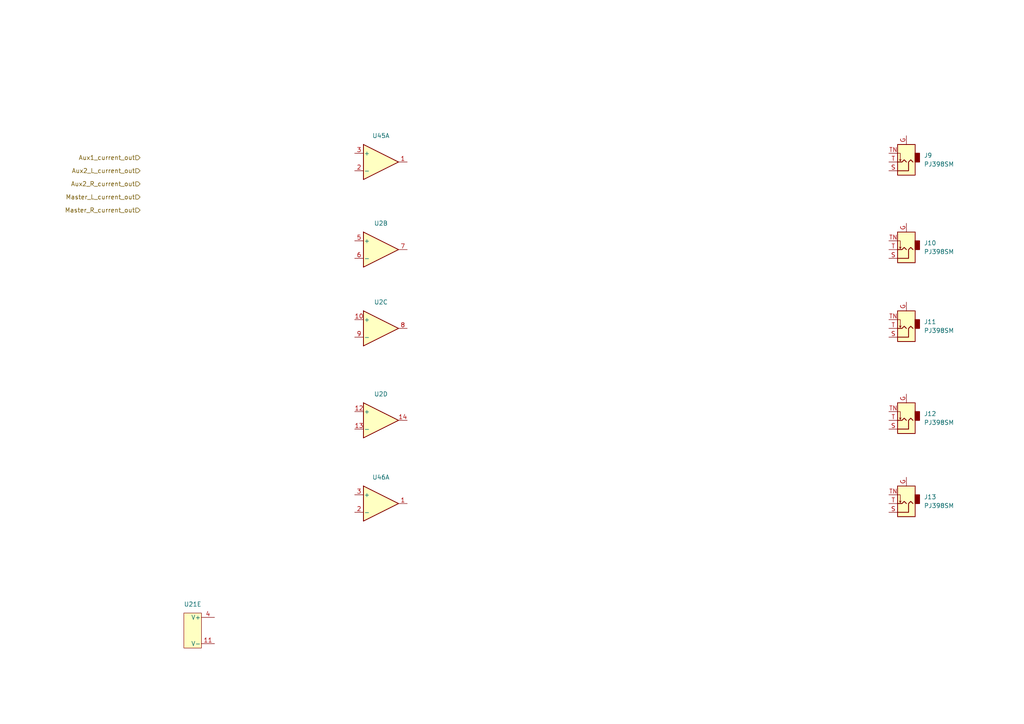
<source format=kicad_sch>
(kicad_sch (version 20230121) (generator eeschema)
  (paper "A4")
  (lib_symbols
    (symbol "WillItBlend:PJ398SM"
      (property "Reference" "J" (at 0 8.89 0))
      (property "Value" "PJ398SM" (at 0 6.35 0))
      (symbol "PJ398SM_0_1"
        (rectangle (start -2.54 0) (end -3.81 -2.54) (stroke (width 0.254)) (fill (type outline)))
        (polyline (pts (xy 1.778 -0.254) (xy 2.032 -0.762)))
        (polyline (pts (xy 0 0) (xy 0.635 -0.635) (xy 1.27 0) (xy 2.54 0)) (stroke (width 0.254)))
        (polyline (pts (xy 2.54 -2.54) (xy 1.778 -2.54) (xy 1.778 -0.254) (xy 1.524 -0.762)))
        (polyline (pts (xy 2.54 2.54) (xy -0.635 2.54) (xy -0.635 0) (xy -1.27 -0.635) (xy -1.905 0)) (stroke (width 0.254)))
        (rectangle (start 2.54 3.81) (end -2.54 -5.08) (stroke (width 0.254)) (fill (type background)))
      )
      (symbol "PJ398SM_1_1"
        (pin passive line (at 0 -7.62 90) (length 2.54) (name "~") (number "G"))
        (pin passive line (at 5.08 2.54 180) (length 2.54) (name "~") (number "S"))
        (pin passive line (at 5.08 0 180) (length 2.54) (name "~") (number "T"))
        (pin passive line (at 5.08 -2.54 180) (length 2.54) (name "~") (number "TN"))
      )
    )
    (symbol "WillItBlend:TL074HIDYYR" (pin_names (offset 0.127))
      (property "Reference" "U" (at 0 5.08 0))
      (symbol "TL074HIDYYR_1_1"
        (polyline (pts (xy -5.08 5.08) (xy 5.08 0) (xy -5.08 -5.08) (xy -5.08 5.08)) (stroke (width 0.254)) (fill (type background)))
        (pin output line (at 7.62 0 180) (length 2.54) (name "~") (number "1"))
        (pin input line (at -7.62 -2.54 0) (length 2.54) (name "-") (number "2"))
        (pin input line (at -7.62 2.54 0) (length 2.54) (name "+") (number "3"))
      )
      (symbol "TL074HIDYYR_2_1"
        (polyline (pts (xy -5.08 5.08) (xy 5.08 0) (xy -5.08 -5.08) (xy -5.08 5.08)) (stroke (width 0.254)) (fill (type background)))
        (pin input line (at -7.62 2.54 0) (length 2.54) (name "+") (number "5"))
        (pin input line (at -7.62 -2.54 0) (length 2.54) (name "-") (number "6"))
        (pin output line (at 7.62 0 180) (length 2.54) (name "~") (number "7"))
      )
      (symbol "TL074HIDYYR_3_1"
        (polyline (pts (xy -5.08 5.08) (xy 5.08 0) (xy -5.08 -5.08) (xy -5.08 5.08)) (stroke (width 0.254)) (fill (type background)))
        (pin input line (at -7.62 2.54 0) (length 2.54) (name "+") (number "10"))
        (pin output line (at 7.62 0 180) (length 2.54) (name "~") (number "8"))
        (pin input line (at -7.62 -2.54 0) (length 2.54) (name "-") (number "9"))
      )
      (symbol "TL074HIDYYR_4_1"
        (polyline (pts (xy -5.08 5.08) (xy 5.08 0) (xy -5.08 -5.08) (xy -5.08 5.08)) (stroke (width 0.254)) (fill (type background)))
        (pin input line (at -7.62 2.54 0) (length 2.54) (name "+") (number "12"))
        (pin input line (at -7.62 -2.54 0) (length 2.54) (name "-") (number "13"))
        (pin output line (at 7.62 0 180) (length 2.54) (name "~") (number "14"))
      )
      (symbol "TL074HIDYYR_5_1"
        (rectangle (start -2.54 5.08) (end 2.54 -5.08) (fill (type background)))
        (pin power_in line (at 6.35 -3.81 180) (length 3.81) (name "V-") (number "11"))
        (pin power_in line (at 6.35 3.81 180) (length 3.81) (name "V+") (number "4"))
      )
    )
  )
  (hierarchical_label "Aux2_R_current_out" (shape input) (at 40.64 53.34 180))
  (hierarchical_label "Master_R_current_out" (shape input) (at 40.64 60.96 180))
  (hierarchical_label "Aux1_current_out" (shape input) (at 40.64 45.72 180))
  (hierarchical_label "Master_L_current_out" (shape input) (at 40.64 57.15 180))
  (hierarchical_label "Aux2_L_current_out" (shape input) (at 40.64 49.53 180))
  (symbol (lib_id "WillItBlend:PJ398SM") (at 262.89 95.25 180) (unit 1)
    (property "Reference" "J11" (at 267.97 93.345 0) (effects (justify right)))
    (property "Value" "PJ398SM" (at 267.97 95.885 0) (effects (justify right)))
    (property "Footprint" "WillItBlend:PJ398SM" (effects hide))
    (property "Datasheet" "https://www.thonk.co.uk/wp-content/uploads/2018/07/Thonkiconn_Jack_Datasheet-new.jpg" (effects hide))
  )
  (symbol (lib_id "WillItBlend:TL074HIDYYR") (at 110.49 146.05 0) (unit 1)
    (property "Reference" "U46" (at 110.49 138.43 0))
    (property "Value" "TL074HIDYYR" (effects hide))
    (property "Footprint" "WillItBlend:SOT-23-THIN" (effects hide))
    (property "Datasheet" "http://www.ti.com/lit/ds/symlink/tl071.pdf" (effects hide))
  )
  (symbol (lib_id "WillItBlend:TL074HIDYYR") (at 110.49 72.39 0) (unit 2)
    (property "Reference" "U2" (at 110.49 64.77 0))
    (property "Value" "TL074HIDYYR" (effects hide))
    (property "Footprint" "WillItBlend:SOT-23-THIN" (effects hide))
    (property "Datasheet" "http://www.ti.com/lit/ds/symlink/tl071.pdf" (effects hide))
  )
  (symbol (lib_id "WillItBlend:PJ398SM") (at 262.89 121.92 180) (unit 1)
    (property "Reference" "J12" (at 267.97 120.015 0) (effects (justify right)))
    (property "Value" "PJ398SM" (at 267.97 122.555 0) (effects (justify right)))
    (property "Footprint" "WillItBlend:PJ398SM" (effects hide))
    (property "Datasheet" "https://www.thonk.co.uk/wp-content/uploads/2018/07/Thonkiconn_Jack_Datasheet-new.jpg" (effects hide))
  )
  (symbol (lib_id "WillItBlend:PJ398SM") (at 262.89 146.05 180) (unit 1)
    (property "Reference" "J13" (at 267.97 144.145 0) (effects (justify right)))
    (property "Value" "PJ398SM" (at 267.97 146.685 0) (effects (justify right)))
    (property "Footprint" "WillItBlend:PJ398SM" (effects hide))
    (property "Datasheet" "https://www.thonk.co.uk/wp-content/uploads/2018/07/Thonkiconn_Jack_Datasheet-new.jpg" (effects hide))
  )
  (symbol (lib_id "WillItBlend:PJ398SM") (at 262.89 46.99 180) (unit 1)
    (property "Reference" "J9" (at 267.97 45.085 0) (effects (justify right)))
    (property "Value" "PJ398SM" (at 267.97 47.625 0) (effects (justify right)))
    (property "Footprint" "WillItBlend:PJ398SM" (effects hide))
    (property "Datasheet" "https://www.thonk.co.uk/wp-content/uploads/2018/07/Thonkiconn_Jack_Datasheet-new.jpg" (effects hide))
  )
  (symbol (lib_id "WillItBlend:TL074HIDYYR") (at 110.49 46.99 0) (unit 1)
    (property "Reference" "U45" (at 110.49 39.37 0))
    (property "Value" "TL074HIDYYR" (effects hide))
    (property "Footprint" "WillItBlend:SOT-23-THIN" (effects hide))
    (property "Datasheet" "http://www.ti.com/lit/ds/symlink/tl071.pdf" (effects hide))
  )
  (symbol (lib_id "WillItBlend:PJ398SM") (at 262.89 72.39 180) (unit 1)
    (property "Reference" "J10" (at 267.97 70.485 0) (effects (justify right)))
    (property "Value" "PJ398SM" (at 267.97 73.025 0) (effects (justify right)))
    (property "Footprint" "WillItBlend:PJ398SM" (effects hide))
    (property "Datasheet" "https://www.thonk.co.uk/wp-content/uploads/2018/07/Thonkiconn_Jack_Datasheet-new.jpg" (effects hide))
  )
  (symbol (lib_id "WillItBlend:TL074HIDYYR") (at 55.88 182.88 0) (unit 5)
    (property "Reference" "U21" (at 55.88 175.26 0))
    (property "Value" "TL074HIDYYR" (effects hide))
    (property "Footprint" "WillItBlend:SOT-23-THIN" (effects hide))
    (property "Datasheet" "http://www.ti.com/lit/ds/symlink/tl071.pdf" (effects hide))
  )
  (symbol (lib_id "WillItBlend:TL074HIDYYR") (at 110.49 121.92 0) (unit 4)
    (property "Reference" "U2" (at 110.49 114.3 0))
    (property "Value" "TL074HIDYYR" (effects hide))
    (property "Footprint" "WillItBlend:SOT-23-THIN" (effects hide))
    (property "Datasheet" "http://www.ti.com/lit/ds/symlink/tl071.pdf" (effects hide))
  )
  (symbol (lib_id "WillItBlend:TL074HIDYYR") (at 110.49 95.25 0) (unit 3)
    (property "Reference" "U2" (at 110.49 87.63 0))
    (property "Value" "TL074HIDYYR" (effects hide))
    (property "Footprint" "WillItBlend:SOT-23-THIN" (effects hide))
    (property "Datasheet" "http://www.ti.com/lit/ds/symlink/tl071.pdf" (effects hide))
  )
)
</source>
